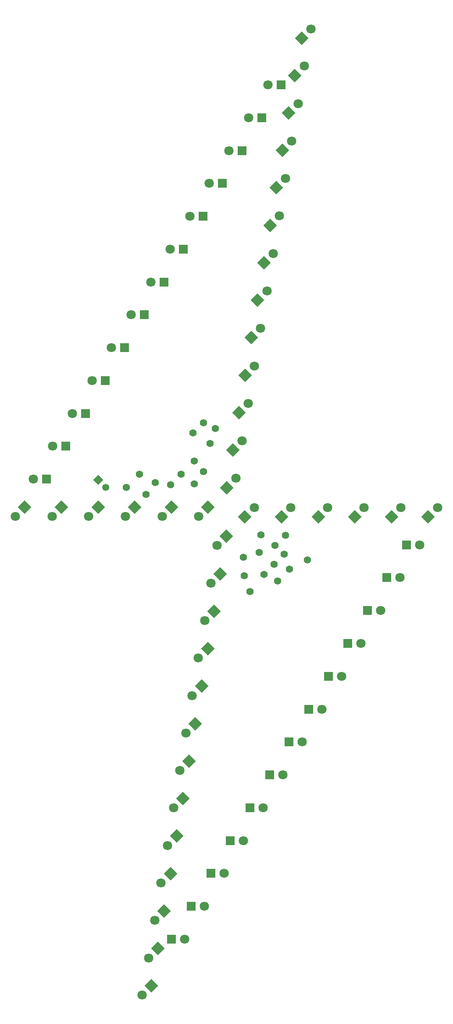
<source format=gbr>
%TF.GenerationSoftware,KiCad,Pcbnew,9.0.7*%
%TF.CreationDate,2026-02-20T01:23:32+02:00*%
%TF.ProjectId,kicad_selka_mk1,6b696361-645f-4736-956c-6b615f6d6b31,rev?*%
%TF.SameCoordinates,Original*%
%TF.FileFunction,Soldermask,Top*%
%TF.FilePolarity,Negative*%
%FSLAX46Y46*%
G04 Gerber Fmt 4.6, Leading zero omitted, Abs format (unit mm)*
G04 Created by KiCad (PCBNEW 9.0.7) date 2026-02-20 01:23:32*
%MOMM*%
%LPD*%
G01*
G04 APERTURE LIST*
G04 Aperture macros list*
%AMRotRect*
0 Rectangle, with rotation*
0 The origin of the aperture is its center*
0 $1 length*
0 $2 width*
0 $3 Rotation angle, in degrees counterclockwise*
0 Add horizontal line*
21,1,$1,$2,0,0,$3*%
G04 Aperture macros list end*
%ADD10R,1.800000X1.800000*%
%ADD11C,1.800000*%
%ADD12RotRect,1.800000X1.800000X225.000000*%
%ADD13RotRect,1.800000X1.800000X45.000000*%
%ADD14C,1.400000*%
%ADD15RotRect,1.350000X1.350000X225.000000*%
%ADD16C,1.350000*%
G04 APERTURE END LIST*
D10*
%TO.C,D31*%
X133823200Y-199972000D03*
D11*
X136363200Y-199972000D03*
%TD*%
D12*
%TO.C,D18*%
X124473161Y-176568439D03*
D11*
X122677110Y-178364490D03*
%TD*%
D12*
%TO.C,D25*%
X116073161Y-227108439D03*
D11*
X114277110Y-228904490D03*
%TD*%
D12*
%TO.C,D46*%
X125735000Y-142087600D03*
D11*
X123938949Y-143883651D03*
%TD*%
D10*
%TO.C,D62*%
X132313800Y-73372000D03*
D11*
X129773800Y-73372000D03*
%TD*%
D10*
%TO.C,D60*%
X124753800Y-86032000D03*
D11*
X122213800Y-86032000D03*
%TD*%
D13*
%TO.C,D10*%
X132903839Y-116655561D03*
D11*
X134699890Y-114859510D03*
%TD*%
D12*
%TO.C,D21*%
X120873161Y-198228439D03*
D11*
X119077110Y-200024490D03*
%TD*%
D13*
%TO.C,D43*%
X146998000Y-143916400D03*
D11*
X148794051Y-142120349D03*
%TD*%
D13*
%TO.C,D41*%
X161154000Y-143916400D03*
D11*
X162950051Y-142120349D03*
%TD*%
D10*
%TO.C,D34*%
X145163200Y-180982000D03*
D11*
X147703200Y-180982000D03*
%TD*%
D10*
%TO.C,D27*%
X118703200Y-225292000D03*
D11*
X121243200Y-225292000D03*
%TD*%
D13*
%TO.C,D11*%
X131703839Y-123875561D03*
D11*
X133499890Y-122079510D03*
%TD*%
D12*
%TO.C,D14*%
X129273161Y-147688439D03*
D11*
X127477110Y-149484490D03*
%TD*%
D10*
%TO.C,D58*%
X117193800Y-98692000D03*
D11*
X114653800Y-98692000D03*
%TD*%
D10*
%TO.C,D39*%
X164063200Y-149332000D03*
D11*
X166603200Y-149332000D03*
%TD*%
D10*
%TO.C,D56*%
X109633800Y-111352000D03*
D11*
X107093800Y-111352000D03*
%TD*%
D10*
%TO.C,D57*%
X113413800Y-105022000D03*
D11*
X110873800Y-105022000D03*
%TD*%
D12*
%TO.C,D47*%
X118657000Y-142087600D03*
D11*
X116860949Y-143883651D03*
%TD*%
D13*
%TO.C,D1*%
X143781839Y-51752361D03*
D11*
X145577890Y-49956310D03*
%TD*%
D13*
%TO.C,D40*%
X168232000Y-143916400D03*
D11*
X170028051Y-142120349D03*
%TD*%
D10*
%TO.C,D38*%
X160283200Y-155662000D03*
D11*
X162823200Y-155662000D03*
%TD*%
D10*
%TO.C,D54*%
X102073800Y-124012000D03*
D11*
X99533800Y-124012000D03*
%TD*%
D12*
%TO.C,D20*%
X122073161Y-191008439D03*
D11*
X120277110Y-192804490D03*
%TD*%
D10*
%TO.C,D63*%
X136093800Y-67042000D03*
D11*
X133553800Y-67042000D03*
%TD*%
D13*
%TO.C,D2*%
X142503839Y-58895561D03*
D11*
X144299890Y-57099510D03*
%TD*%
D12*
%TO.C,D22*%
X119673161Y-205448439D03*
D11*
X117877110Y-207244490D03*
%TD*%
D12*
%TO.C,D49*%
X104501000Y-142087600D03*
D11*
X102704949Y-143883651D03*
%TD*%
D13*
%TO.C,D44*%
X139920000Y-143916400D03*
D11*
X141716051Y-142120349D03*
%TD*%
D10*
%TO.C,D32*%
X137603200Y-193642000D03*
D11*
X140143200Y-193642000D03*
%TD*%
D12*
%TO.C,D48*%
X111579000Y-142087600D03*
D11*
X109782949Y-143883651D03*
%TD*%
D12*
%TO.C,D16*%
X126873161Y-162128439D03*
D11*
X125077110Y-163924490D03*
%TD*%
D12*
%TO.C,D51*%
X90345000Y-142087600D03*
D11*
X88548949Y-143883651D03*
%TD*%
D10*
%TO.C,D30*%
X130043200Y-206302000D03*
D11*
X132583200Y-206302000D03*
%TD*%
D13*
%TO.C,D8*%
X135303839Y-102215561D03*
D11*
X137099890Y-100419510D03*
%TD*%
D10*
%TO.C,D53*%
X98293800Y-130342000D03*
D11*
X95753800Y-130342000D03*
%TD*%
D10*
%TO.C,D35*%
X148943200Y-174652000D03*
D11*
X151483200Y-174652000D03*
%TD*%
D13*
%TO.C,D42*%
X154076000Y-143916400D03*
D11*
X155872051Y-142120349D03*
%TD*%
D13*
%TO.C,D3*%
X141303839Y-66115561D03*
D11*
X143099890Y-64319510D03*
%TD*%
D12*
%TO.C,D19*%
X123273161Y-183788439D03*
D11*
X121477110Y-185584490D03*
%TD*%
D12*
%TO.C,D15*%
X128073161Y-154908439D03*
D11*
X126277110Y-156704490D03*
%TD*%
D13*
%TO.C,D45*%
X132842000Y-143916400D03*
D11*
X134638051Y-142120349D03*
%TD*%
D13*
%TO.C,D9*%
X134103839Y-109435561D03*
D11*
X135899890Y-107639510D03*
%TD*%
D10*
%TO.C,D59*%
X120973800Y-92362000D03*
D11*
X118433800Y-92362000D03*
%TD*%
D12*
%TO.C,D50*%
X97423000Y-142087600D03*
D11*
X95626949Y-143883651D03*
%TD*%
D10*
%TO.C,D29*%
X126263200Y-212632000D03*
D11*
X128803200Y-212632000D03*
%TD*%
D12*
%TO.C,D24*%
X117273161Y-219888439D03*
D11*
X115477110Y-221684490D03*
%TD*%
D10*
%TO.C,D55*%
X105853800Y-117682000D03*
D11*
X103313800Y-117682000D03*
%TD*%
D12*
%TO.C,D17*%
X125673161Y-169348439D03*
D11*
X123877110Y-171144490D03*
%TD*%
D13*
%TO.C,D6*%
X137703839Y-87775561D03*
D11*
X139499890Y-85979510D03*
%TD*%
D13*
%TO.C,D5*%
X138903839Y-80555561D03*
D11*
X140699890Y-78759510D03*
%TD*%
D10*
%TO.C,D64*%
X139873800Y-60712000D03*
D11*
X137333800Y-60712000D03*
%TD*%
D10*
%TO.C,D52*%
X94513800Y-136672000D03*
D11*
X91973800Y-136672000D03*
%TD*%
D10*
%TO.C,D37*%
X156503200Y-161992000D03*
D11*
X159043200Y-161992000D03*
%TD*%
D12*
%TO.C,D26*%
X114795161Y-234251639D03*
D11*
X112999110Y-236047690D03*
%TD*%
D13*
%TO.C,D4*%
X140103839Y-73335561D03*
D11*
X141899890Y-71539510D03*
%TD*%
D10*
%TO.C,D61*%
X128533800Y-79702000D03*
D11*
X125993800Y-79702000D03*
%TD*%
D10*
%TO.C,D36*%
X152723200Y-168322000D03*
D11*
X155263200Y-168322000D03*
%TD*%
D10*
%TO.C,D33*%
X141383200Y-187312000D03*
D11*
X143923200Y-187312000D03*
%TD*%
D13*
%TO.C,D13*%
X129303839Y-138315561D03*
D11*
X131099890Y-136519510D03*
%TD*%
D13*
%TO.C,D7*%
X136503839Y-94995561D03*
D11*
X138299890Y-93199510D03*
%TD*%
D13*
%TO.C,D12*%
X130503839Y-131095561D03*
D11*
X132299890Y-129299510D03*
%TD*%
D12*
%TO.C,D23*%
X118473161Y-212668439D03*
D11*
X116677110Y-214464490D03*
%TD*%
D10*
%TO.C,D28*%
X122483200Y-218962000D03*
D11*
X125023200Y-218962000D03*
%TD*%
D14*
%TO.C,J23*%
X127152400Y-126949200D03*
%TD*%
%TO.C,J17*%
X112522000Y-135763000D03*
%TD*%
%TO.C,J13*%
X115570000Y-137363200D03*
%TD*%
%TO.C,J21*%
X124815600Y-125780800D03*
%TD*%
%TO.C,J12*%
X140665200Y-147523200D03*
%TD*%
%TO.C,J14*%
X138684000Y-149453600D03*
%TD*%
%TO.C,J24*%
X136499600Y-155041600D03*
%TD*%
%TO.C,J8*%
X144881600Y-152196800D03*
%TD*%
D15*
%TO.C,J27*%
X104546400Y-136855200D03*
D16*
X105960614Y-138269414D03*
%TD*%
D14*
%TO.C,J4*%
X139141200Y-156311600D03*
%TD*%
%TO.C,J10*%
X135940800Y-147421600D03*
%TD*%
%TO.C,J2*%
X132740400Y-155295600D03*
%TD*%
%TO.C,J26*%
X133807200Y-158292800D03*
%TD*%
%TO.C,J18*%
X132588000Y-151688800D03*
%TD*%
%TO.C,J9*%
X118491000Y-137795000D03*
%TD*%
%TO.C,J11*%
X113741200Y-139649200D03*
%TD*%
%TO.C,J1*%
X123063000Y-133223000D03*
%TD*%
%TO.C,J7*%
X124866400Y-135229600D03*
%TD*%
%TO.C,J22*%
X138480800Y-153060400D03*
%TD*%
%TO.C,J25*%
X122834400Y-127762000D03*
%TD*%
%TO.C,J3*%
X120523000Y-135763000D03*
%TD*%
%TO.C,J5*%
X123088400Y-137566400D03*
%TD*%
%TO.C,J15*%
X109982000Y-138303000D03*
%TD*%
%TO.C,J16*%
X135636000Y-150825200D03*
%TD*%
%TO.C,J19*%
X126111000Y-129794000D03*
%TD*%
%TO.C,J6*%
X141478000Y-154025600D03*
%TD*%
%TO.C,J20*%
X140462000Y-151130000D03*
%TD*%
M02*

</source>
